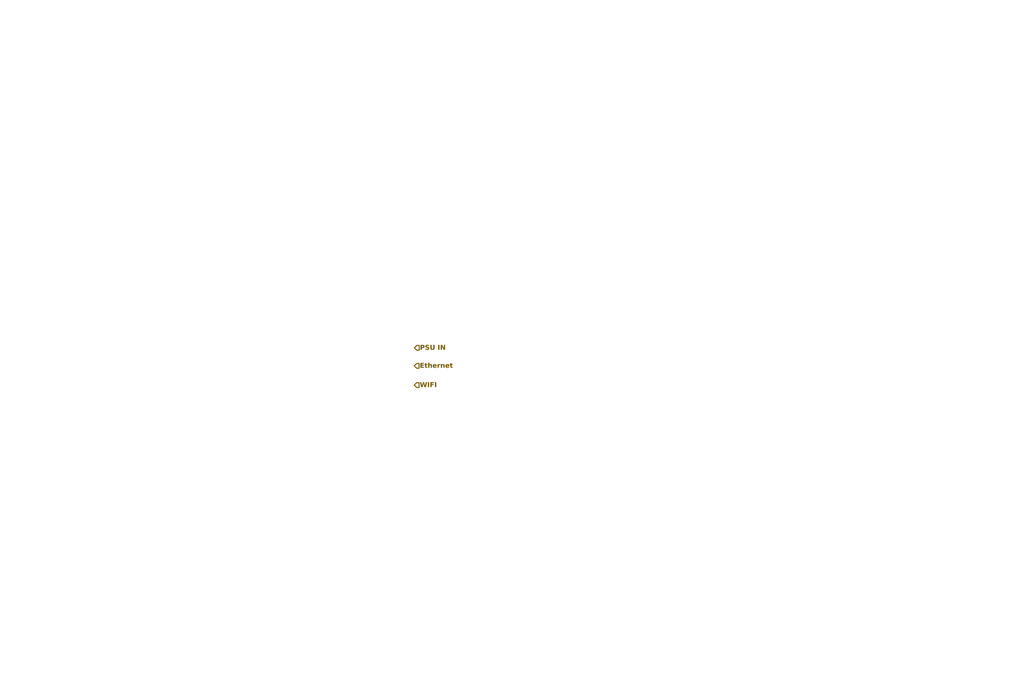
<source format=kicad_sch>
(kicad_sch
	(version 20240101)
	(generator "eeschema")
	(generator_version "8.99")
	(uuid "4aef1d23-0855-488b-9c65-233fd689c12c")
	(paper "User" 270 180)
	(lib_symbols)
	(hierarchical_label "PSU IN"
		(shape input)
		(at 109.2592 91.7612 0)
		(fields_autoplaced yes)
		(effects
			(font
				(face "JetBrains Mono")
				(size 1.27 1.27)
				(thickness 0.254)
				(bold yes)
			)
			(justify left)
		)
		(uuid "6e27d035-83ab-46b7-8718-f5a5ab0c36a0")
	)
	(hierarchical_label "Ethernet"
		(shape input)
		(at 109.22 96.52 0)
		(fields_autoplaced yes)
		(effects
			(font
				(face "JetBrains Mono")
				(size 1.27 1.27)
				(thickness 0.254)
				(bold yes)
			)
			(justify left)
		)
		(uuid "95e8416f-f92c-4038-8679-f04335e39210")
	)
	(hierarchical_label "WIFI"
		(shape input)
		(at 109.22 101.6 0)
		(fields_autoplaced yes)
		(effects
			(font
				(face "JetBrains Mono")
				(size 1.27 1.27)
				(thickness 0.254)
				(bold yes)
			)
			(justify left)
		)
		(uuid "e39d284e-4200-4077-b81b-0dfc2dc8e5bf")
	)
)
</source>
